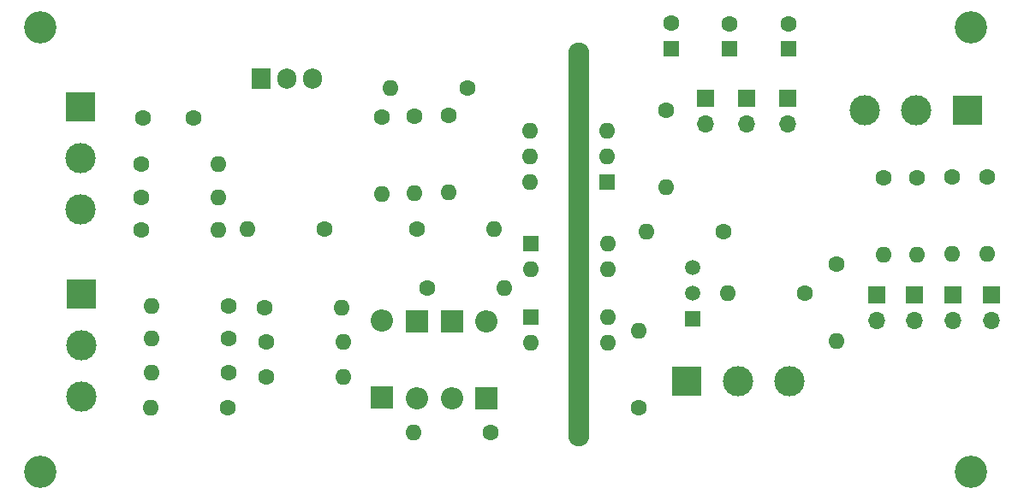
<source format=gbr>
%TF.GenerationSoftware,KiCad,Pcbnew,7.0.11+dfsg-1build4*%
%TF.CreationDate,2025-01-29T15:52:53-06:00*%
%TF.ProjectId,TriacControl,54726961-6343-46f6-9e74-726f6c2e6b69,rev?*%
%TF.SameCoordinates,Original*%
%TF.FileFunction,Soldermask,Top*%
%TF.FilePolarity,Negative*%
%FSLAX46Y46*%
G04 Gerber Fmt 4.6, Leading zero omitted, Abs format (unit mm)*
G04 Created by KiCad (PCBNEW 7.0.11+dfsg-1build4) date 2025-01-29 15:52:53*
%MOMM*%
%LPD*%
G01*
G04 APERTURE LIST*
%ADD10C,1.600000*%
%ADD11O,1.600000X1.600000*%
%ADD12R,1.600000X1.600000*%
%ADD13R,3.000000X3.000000*%
%ADD14C,3.000000*%
%ADD15C,3.200000*%
%ADD16R,1.700000X1.700000*%
%ADD17O,1.700000X1.700000*%
%ADD18R,1.905000X2.000000*%
%ADD19O,1.905000X2.000000*%
%ADD20O,2.100000X40.000000*%
%ADD21R,2.200000X2.200000*%
%ADD22O,2.200000X2.200000*%
%ADD23R,1.500000X1.500000*%
%ADD24C,1.500000*%
G04 APERTURE END LIST*
D10*
%TO.C,R14*%
X90970000Y-62780000D03*
D11*
X90970000Y-70400000D03*
%TD*%
D12*
%TO.C,C3*%
X122150000Y-56100000D03*
D10*
X122150000Y-53600000D03*
%TD*%
D13*
%TO.C,J1*%
X57950000Y-61850000D03*
D14*
X57950000Y-66930000D03*
X57950000Y-72010000D03*
%TD*%
D10*
%TO.C,R20*%
X137350000Y-68830000D03*
D11*
X137350000Y-76450000D03*
%TD*%
D10*
%TO.C,R18*%
X144150000Y-68800000D03*
D11*
X144150000Y-76420000D03*
%TD*%
D15*
%TO.C,H3*%
X54000000Y-98000000D03*
%TD*%
D12*
%TO.C,C4*%
X128000000Y-56100000D03*
D10*
X128000000Y-53600000D03*
%TD*%
%TO.C,R17*%
X147600000Y-68800000D03*
D11*
X147600000Y-76420000D03*
%TD*%
D10*
%TO.C,R1*%
X82100000Y-73900000D03*
D11*
X74480000Y-73900000D03*
%TD*%
D10*
%TO.C,R6*%
X72600000Y-88200000D03*
D11*
X64980000Y-88200000D03*
%TD*%
D10*
%TO.C,R27*%
X98470000Y-94080000D03*
D11*
X90850000Y-94080000D03*
%TD*%
D10*
%TO.C,R23*%
X115850000Y-62200000D03*
D11*
X115850000Y-69820000D03*
%TD*%
D10*
%TO.C,R7*%
X72600000Y-84800000D03*
D11*
X64980000Y-84800000D03*
%TD*%
D13*
%TO.C,J3*%
X117850000Y-89050000D03*
D14*
X122930000Y-89050000D03*
X128010000Y-89050000D03*
%TD*%
D10*
%TO.C,R22*%
X91200000Y-73950000D03*
D11*
X98820000Y-73950000D03*
%TD*%
D15*
%TO.C,H4*%
X146000000Y-98000000D03*
%TD*%
D10*
%TO.C,R16*%
X96250000Y-59950000D03*
D11*
X88630000Y-59950000D03*
%TD*%
D16*
%TO.C,JP6*%
X123800000Y-60950000D03*
D17*
X123800000Y-63490000D03*
%TD*%
D16*
%TO.C,JP4*%
X136650000Y-80450000D03*
D17*
X136650000Y-82990000D03*
%TD*%
D10*
%TO.C,C1*%
X69100000Y-62900000D03*
X64100000Y-62900000D03*
%TD*%
%TO.C,R24*%
X132700000Y-77450000D03*
D11*
X132700000Y-85070000D03*
%TD*%
D12*
%TO.C,C2*%
X116350000Y-56050000D03*
D10*
X116350000Y-53550000D03*
%TD*%
%TO.C,R21*%
X92250000Y-79800000D03*
D11*
X99870000Y-79800000D03*
%TD*%
D16*
%TO.C,JP2*%
X144200000Y-80450000D03*
D17*
X144200000Y-82990000D03*
%TD*%
D16*
%TO.C,JP5*%
X119750000Y-61000000D03*
D17*
X119750000Y-63540000D03*
%TD*%
D13*
%TO.C,J2*%
X58000000Y-80400000D03*
D14*
X58000000Y-85480000D03*
X58000000Y-90560000D03*
%TD*%
D16*
%TO.C,JP7*%
X127850000Y-60950000D03*
D17*
X127850000Y-63490000D03*
%TD*%
D10*
%TO.C,R4*%
X76290000Y-88600000D03*
D11*
X83910000Y-88600000D03*
%TD*%
D10*
%TO.C,R3*%
X76280000Y-85100000D03*
D11*
X83900000Y-85100000D03*
%TD*%
D10*
%TO.C,R26*%
X129600000Y-80250000D03*
D11*
X121980000Y-80250000D03*
%TD*%
D10*
%TO.C,R25*%
X121550000Y-74200000D03*
D11*
X113930000Y-74200000D03*
%TD*%
D10*
%TO.C,R13*%
X94350000Y-62720000D03*
D11*
X94350000Y-70340000D03*
%TD*%
D10*
%TO.C,R9*%
X64000000Y-74000000D03*
D11*
X71620000Y-74000000D03*
%TD*%
D10*
%TO.C,R15*%
X87760000Y-62810000D03*
D11*
X87760000Y-70430000D03*
%TD*%
D18*
%TO.C,Q1*%
X75800000Y-59010000D03*
D19*
X78340000Y-59010000D03*
X80880000Y-59010000D03*
%TD*%
D12*
%TO.C,U3*%
X102450000Y-75400000D03*
D11*
X102450000Y-77940000D03*
X110070000Y-77940000D03*
X110070000Y-75400000D03*
%TD*%
D20*
%TO.C,H5*%
X107210000Y-75440000D03*
%TD*%
D15*
%TO.C,H1*%
X54000000Y-54000000D03*
%TD*%
D10*
%TO.C,R8*%
X72600000Y-81600000D03*
D11*
X64980000Y-81600000D03*
%TD*%
D16*
%TO.C,JP1*%
X148000000Y-80450000D03*
D17*
X148000000Y-82990000D03*
%TD*%
D12*
%TO.C,U1*%
X110050000Y-69250000D03*
D11*
X110050000Y-66710000D03*
X110050000Y-64170000D03*
X102430000Y-64170000D03*
X102430000Y-66710000D03*
X102430000Y-69250000D03*
%TD*%
D21*
%TO.C,D2*%
X91200000Y-83050000D03*
D22*
X91200000Y-90670000D03*
%TD*%
D10*
%TO.C,R19*%
X140700000Y-68850000D03*
D11*
X140700000Y-76470000D03*
%TD*%
D21*
%TO.C,D3*%
X98050000Y-90700000D03*
D22*
X98050000Y-83080000D03*
%TD*%
D12*
%TO.C,U2*%
X102500000Y-82650000D03*
D11*
X102500000Y-85190000D03*
X110120000Y-85190000D03*
X110120000Y-82650000D03*
%TD*%
D10*
%TO.C,R5*%
X72500000Y-91600000D03*
D11*
X64880000Y-91600000D03*
%TD*%
D21*
%TO.C,D4*%
X87750000Y-90600000D03*
D22*
X87750000Y-82980000D03*
%TD*%
D21*
%TO.C,D1*%
X94700000Y-83050000D03*
D22*
X94700000Y-90670000D03*
%TD*%
D15*
%TO.C,H2*%
X146000000Y-54000000D03*
%TD*%
D10*
%TO.C,R12*%
X113150000Y-91650000D03*
D11*
X113150000Y-84030000D03*
%TD*%
D10*
%TO.C,R2*%
X76180000Y-81700000D03*
D11*
X83800000Y-81700000D03*
%TD*%
D23*
%TO.C,Q2*%
X118450000Y-82850000D03*
D24*
X118450000Y-80310000D03*
X118450000Y-77770000D03*
%TD*%
D13*
%TO.C,J4*%
X145650000Y-62150000D03*
D14*
X140570000Y-62150000D03*
X135490000Y-62150000D03*
%TD*%
D10*
%TO.C,R11*%
X64000000Y-67500000D03*
D11*
X71620000Y-67500000D03*
%TD*%
D16*
%TO.C,JP3*%
X140400000Y-80450000D03*
D17*
X140400000Y-82990000D03*
%TD*%
D10*
%TO.C,R10*%
X64000000Y-70800000D03*
D11*
X71620000Y-70800000D03*
%TD*%
M02*

</source>
